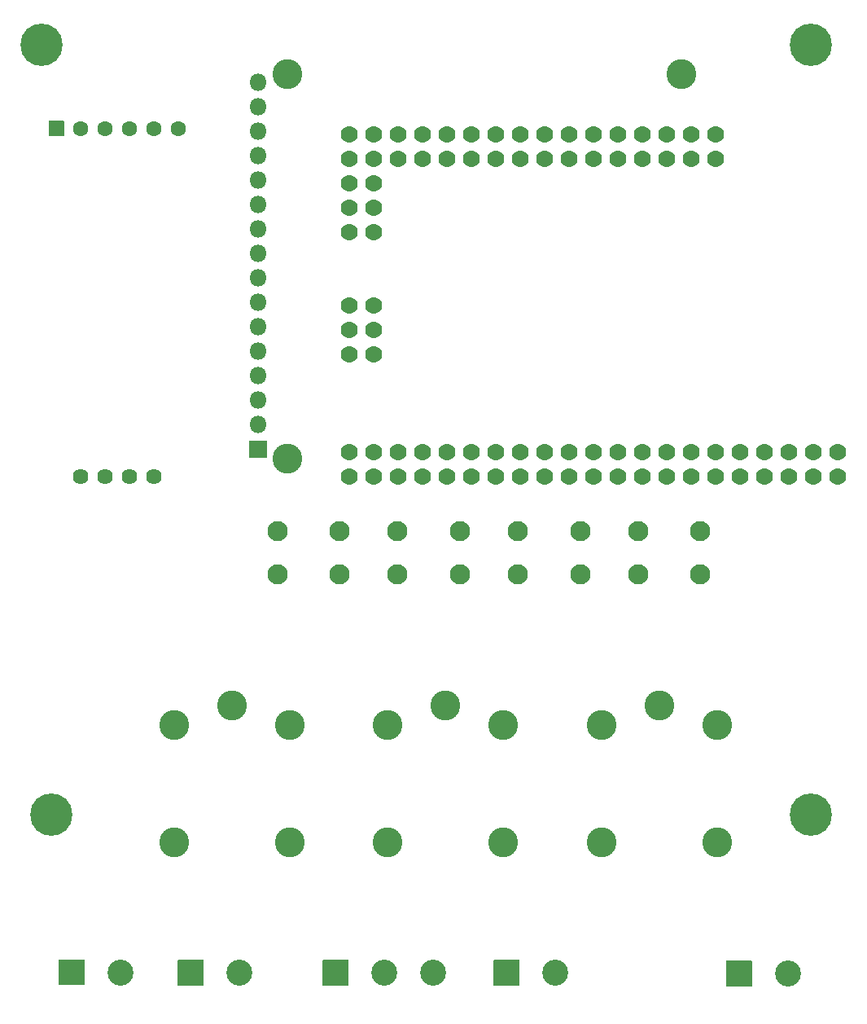
<source format=gbr>
%TF.GenerationSoftware,KiCad,Pcbnew,5.1.10*%
%TF.CreationDate,2022-03-18T21:46:21+01:00*%
%TF.ProjectId,ChickenDoor_V1,43686963-6b65-46e4-946f-6f725f56312e,V1*%
%TF.SameCoordinates,Original*%
%TF.FileFunction,Soldermask,Bot*%
%TF.FilePolarity,Negative*%
%FSLAX46Y46*%
G04 Gerber Fmt 4.6, Leading zero omitted, Abs format (unit mm)*
G04 Created by KiCad (PCBNEW 5.1.10) date 2022-03-18 21:46:21*
%MOMM*%
%LPD*%
G01*
G04 APERTURE LIST*
%ADD10C,3.100000*%
%ADD11O,1.800000X1.800000*%
%ADD12C,2.700000*%
%ADD13C,1.776400*%
%ADD14C,1.624000*%
%ADD15C,1.608000*%
%ADD16C,4.400000*%
%ADD17C,2.100000*%
G04 APERTURE END LIST*
D10*
%TO.C,J6*%
X121500000Y-68000000D03*
X80500000Y-68000000D03*
X80500000Y-108000000D03*
D11*
X77500000Y-68900000D03*
X77500000Y-71440000D03*
X77500000Y-73980000D03*
X77500000Y-76520000D03*
X77500000Y-79060000D03*
X77500000Y-81600000D03*
X77500000Y-84140000D03*
X77500000Y-86680000D03*
X77500000Y-89220000D03*
X77500000Y-91760000D03*
X77500000Y-94300000D03*
X77500000Y-96840000D03*
X77500000Y-99380000D03*
X77500000Y-101920000D03*
X77500000Y-104460000D03*
G36*
G01*
X78400000Y-106150000D02*
X78400000Y-107850000D01*
G75*
G02*
X78350000Y-107900000I-50000J0D01*
G01*
X76650000Y-107900000D01*
G75*
G02*
X76600000Y-107850000I0J50000D01*
G01*
X76600000Y-106150000D01*
G75*
G02*
X76650000Y-106100000I50000J0D01*
G01*
X78350000Y-106100000D01*
G75*
G02*
X78400000Y-106150000I0J-50000D01*
G01*
G37*
%TD*%
D12*
%TO.C,J7*%
X132580000Y-161500000D03*
G36*
G01*
X126150000Y-162800000D02*
X126150000Y-160200000D01*
G75*
G02*
X126200000Y-160150000I50000J0D01*
G01*
X128800000Y-160150000D01*
G75*
G02*
X128850000Y-160200000I0J-50000D01*
G01*
X128850000Y-162800000D01*
G75*
G02*
X128800000Y-162850000I-50000J0D01*
G01*
X126200000Y-162850000D01*
G75*
G02*
X126150000Y-162800000I0J50000D01*
G01*
G37*
%TD*%
%TO.C,J4*%
X75565000Y-161410000D03*
G36*
G01*
X69135000Y-162710000D02*
X69135000Y-160110000D01*
G75*
G02*
X69185000Y-160060000I50000J0D01*
G01*
X71785000Y-160060000D01*
G75*
G02*
X71835000Y-160110000I0J-50000D01*
G01*
X71835000Y-162710000D01*
G75*
G02*
X71785000Y-162760000I-50000J0D01*
G01*
X69185000Y-162760000D01*
G75*
G02*
X69135000Y-162710000I0J50000D01*
G01*
G37*
%TD*%
%TO.C,J3*%
X63180000Y-161360000D03*
G36*
G01*
X56750000Y-162660000D02*
X56750000Y-160060000D01*
G75*
G02*
X56800000Y-160010000I50000J0D01*
G01*
X59400000Y-160010000D01*
G75*
G02*
X59450000Y-160060000I0J-50000D01*
G01*
X59450000Y-162660000D01*
G75*
G02*
X59400000Y-162710000I-50000J0D01*
G01*
X56800000Y-162710000D01*
G75*
G02*
X56750000Y-162660000I0J50000D01*
G01*
G37*
%TD*%
%TO.C,J2*%
X108420000Y-161410000D03*
G36*
G01*
X101990000Y-162710000D02*
X101990000Y-160110000D01*
G75*
G02*
X102040000Y-160060000I50000J0D01*
G01*
X104640000Y-160060000D01*
G75*
G02*
X104690000Y-160110000I0J-50000D01*
G01*
X104690000Y-162710000D01*
G75*
G02*
X104640000Y-162760000I-50000J0D01*
G01*
X102040000Y-162760000D01*
G75*
G02*
X101990000Y-162710000I0J50000D01*
G01*
G37*
%TD*%
%TO.C,J1*%
X95720000Y-161410000D03*
X90640000Y-161410000D03*
G36*
G01*
X84210000Y-162710000D02*
X84210000Y-160110000D01*
G75*
G02*
X84260000Y-160060000I50000J0D01*
G01*
X86860000Y-160060000D01*
G75*
G02*
X86910000Y-160110000I0J-50000D01*
G01*
X86910000Y-162710000D01*
G75*
G02*
X86860000Y-162760000I-50000J0D01*
G01*
X84260000Y-162760000D01*
G75*
G02*
X84210000Y-162710000I0J50000D01*
G01*
G37*
%TD*%
D13*
%TO.C,U1*%
X86995000Y-94615000D03*
X86995000Y-92075000D03*
X89535000Y-92075000D03*
X89535000Y-94615000D03*
X86995000Y-97155000D03*
X89535000Y-97155000D03*
X89535000Y-84455000D03*
X86995000Y-84455000D03*
X86995000Y-81915000D03*
X89535000Y-81915000D03*
X89535000Y-79375000D03*
X86995000Y-79375000D03*
X86995000Y-76835000D03*
X86995000Y-74295000D03*
X89535000Y-76835000D03*
X89535000Y-74295000D03*
X92075000Y-76835000D03*
X92075000Y-74295000D03*
X94615000Y-76835000D03*
X94615000Y-74295000D03*
X97155000Y-76835000D03*
X97155000Y-74295000D03*
X99695000Y-76835000D03*
X99695000Y-74295000D03*
X102235000Y-76835000D03*
X102235000Y-74295000D03*
X104775000Y-76835000D03*
X104775000Y-74295000D03*
X107315000Y-76835000D03*
X107315000Y-74295000D03*
X109855000Y-76835000D03*
X109855000Y-74295000D03*
X112395000Y-76835000D03*
X112395000Y-74295000D03*
X114935000Y-76835000D03*
X114935000Y-74295000D03*
X117475000Y-76835000D03*
X117475000Y-74295000D03*
X120015000Y-74295000D03*
X120015000Y-76835000D03*
X122555000Y-76835000D03*
X122555000Y-74295000D03*
X125095000Y-74295000D03*
X125095000Y-76835000D03*
X97155000Y-107315000D03*
X94615000Y-107315000D03*
X92075000Y-107315000D03*
X89535000Y-107315000D03*
X86995000Y-107315000D03*
X86995000Y-109855000D03*
X89535000Y-109855000D03*
X92075000Y-109855000D03*
X94615000Y-109855000D03*
X97155000Y-109855000D03*
X99695000Y-107315000D03*
X102235000Y-107315000D03*
X104775000Y-107315000D03*
X107315000Y-107315000D03*
X109855000Y-107315000D03*
X112395000Y-107315000D03*
X114935000Y-107315000D03*
X117475000Y-107315000D03*
X120015000Y-107315000D03*
X122555000Y-107315000D03*
X99695000Y-109855000D03*
X102235000Y-109855000D03*
X104775000Y-109855000D03*
X107315000Y-109855000D03*
X109855000Y-109855000D03*
X112395000Y-109855000D03*
X114935000Y-109855000D03*
X117475000Y-109855000D03*
X120015000Y-109855000D03*
X122555000Y-109855000D03*
X125095000Y-109855000D03*
X125095000Y-107315000D03*
X127635000Y-107315000D03*
X127635000Y-109855000D03*
X130175000Y-109855000D03*
X130175000Y-107315000D03*
X132715000Y-107315000D03*
X132715000Y-109855000D03*
X135255000Y-109855000D03*
X135255000Y-107315000D03*
X137795000Y-109855000D03*
X137795000Y-107315000D03*
%TD*%
D14*
%TO.C,U2*%
X66675000Y-109855000D03*
X64135000Y-109855000D03*
X61595000Y-109855000D03*
X59055000Y-109855000D03*
D15*
X69215000Y-73660000D03*
X66675000Y-73660000D03*
X64135000Y-73660000D03*
X61595000Y-73660000D03*
X59055000Y-73660000D03*
G36*
G01*
X55761000Y-72856000D02*
X57269000Y-72856000D01*
G75*
G02*
X57319000Y-72906000I0J-50000D01*
G01*
X57319000Y-74414000D01*
G75*
G02*
X57269000Y-74464000I-50000J0D01*
G01*
X55761000Y-74464000D01*
G75*
G02*
X55711000Y-74414000I0J50000D01*
G01*
X55711000Y-72906000D01*
G75*
G02*
X55761000Y-72856000I50000J0D01*
G01*
G37*
%TD*%
D16*
%TO.C,H4*%
X56000000Y-145000000D03*
%TD*%
%TO.C,H3*%
X135000000Y-145000000D03*
%TD*%
%TO.C,H2*%
X135000000Y-65000000D03*
%TD*%
%TO.C,H1*%
X55000000Y-65000000D03*
%TD*%
D10*
%TO.C,K3*%
X119215000Y-133660000D03*
X125215000Y-135660000D03*
X125215000Y-147860000D03*
X113215000Y-147860000D03*
X113215000Y-135660000D03*
%TD*%
%TO.C,K2*%
X96990000Y-133660000D03*
X102990000Y-135660000D03*
X102990000Y-147860000D03*
X90990000Y-147860000D03*
X90990000Y-135660000D03*
%TD*%
%TO.C,K1*%
X74765000Y-133660000D03*
X80765000Y-135660000D03*
X80765000Y-147860000D03*
X68765000Y-147860000D03*
X68765000Y-135660000D03*
%TD*%
D17*
%TO.C,SW4*%
X117000000Y-120000000D03*
X117000000Y-115500000D03*
X123500000Y-120000000D03*
X123500000Y-115500000D03*
%TD*%
%TO.C,SW3*%
X104500000Y-120000000D03*
X104500000Y-115500000D03*
X111000000Y-120000000D03*
X111000000Y-115500000D03*
%TD*%
%TO.C,SW2*%
X92000000Y-119985000D03*
X92000000Y-115485000D03*
X98500000Y-119985000D03*
X98500000Y-115485000D03*
%TD*%
%TO.C,SW1*%
X79500000Y-120000000D03*
X79500000Y-115500000D03*
X86000000Y-120000000D03*
X86000000Y-115500000D03*
%TD*%
M02*

</source>
